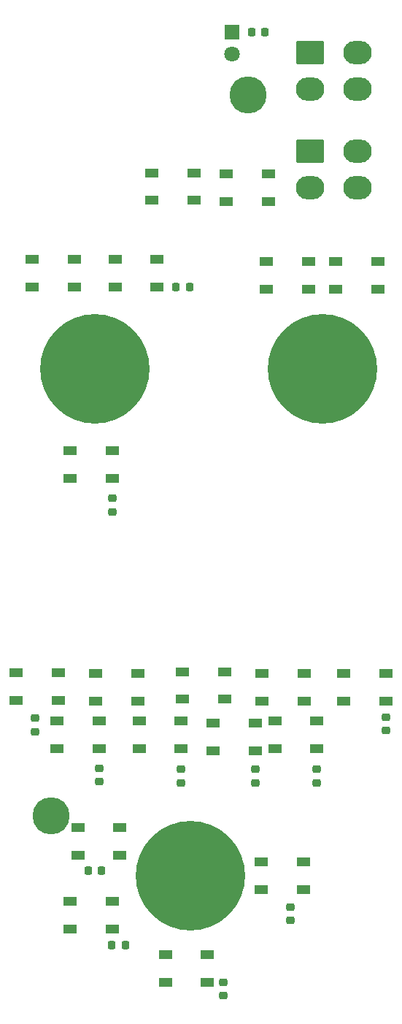
<source format=gbr>
%TF.GenerationSoftware,KiCad,Pcbnew,(6.0.9)*%
%TF.CreationDate,2022-12-07T11:41:57-09:00*%
%TF.ProjectId,APU Panel,41505520-5061-46e6-956c-2e6b69636164,rev?*%
%TF.SameCoordinates,Original*%
%TF.FileFunction,Soldermask,Top*%
%TF.FilePolarity,Negative*%
%FSLAX46Y46*%
G04 Gerber Fmt 4.6, Leading zero omitted, Abs format (unit mm)*
G04 Created by KiCad (PCBNEW (6.0.9)) date 2022-12-07 11:41:57*
%MOMM*%
%LPD*%
G01*
G04 APERTURE LIST*
G04 Aperture macros list*
%AMRoundRect*
0 Rectangle with rounded corners*
0 $1 Rounding radius*
0 $2 $3 $4 $5 $6 $7 $8 $9 X,Y pos of 4 corners*
0 Add a 4 corners polygon primitive as box body*
4,1,4,$2,$3,$4,$5,$6,$7,$8,$9,$2,$3,0*
0 Add four circle primitives for the rounded corners*
1,1,$1+$1,$2,$3*
1,1,$1+$1,$4,$5*
1,1,$1+$1,$6,$7*
1,1,$1+$1,$8,$9*
0 Add four rect primitives between the rounded corners*
20,1,$1+$1,$2,$3,$4,$5,0*
20,1,$1+$1,$4,$5,$6,$7,0*
20,1,$1+$1,$6,$7,$8,$9,0*
20,1,$1+$1,$8,$9,$2,$3,0*%
G04 Aperture macros list end*
%ADD10O,3.300000X2.700000*%
%ADD11RoundRect,0.250001X-1.399999X1.099999X-1.399999X-1.099999X1.399999X-1.099999X1.399999X1.099999X0*%
%ADD12C,4.300000*%
%ADD13C,12.700000*%
%ADD14RoundRect,0.218750X-0.218750X-0.256250X0.218750X-0.256250X0.218750X0.256250X-0.218750X0.256250X0*%
%ADD15RoundRect,0.218750X0.256250X-0.218750X0.256250X0.218750X-0.256250X0.218750X-0.256250X-0.218750X0*%
%ADD16RoundRect,0.218750X0.218750X0.256250X-0.218750X0.256250X-0.218750X-0.256250X0.218750X-0.256250X0*%
%ADD17C,1.800000*%
%ADD18R,1.800000X1.800000*%
%ADD19R,1.500000X1.000000*%
G04 APERTURE END LIST*
D10*
%TO.C,J2*%
X110539160Y-74870420D03*
X110539160Y-70670420D03*
X105039160Y-74870420D03*
D11*
X105039160Y-70670420D03*
%TD*%
D10*
%TO.C,J1*%
X110539160Y-63427720D03*
X110539160Y-59227720D03*
X105039160Y-63427720D03*
D11*
X105039160Y-59227720D03*
%TD*%
D12*
%TO.C,5*%
X74929999Y-147701001D03*
%TD*%
%TO.C,4*%
X97789999Y-64135001D03*
%TD*%
D13*
%TO.C,3*%
X91122500Y-154622501D03*
%TD*%
%TO.C,2*%
X106425999Y-95885001D03*
%TD*%
%TO.C,REF\u002A\u002A*%
X80010000Y-95885001D03*
%TD*%
D14*
%TO.C,C5*%
X80837500Y-154050000D03*
X79262500Y-154050000D03*
%TD*%
D15*
%TO.C,C2*%
X94919800Y-166987220D03*
X94919800Y-168562220D03*
%TD*%
D16*
%TO.C,C13*%
X89484100Y-86418420D03*
X91059100Y-86418420D03*
%TD*%
D15*
%TO.C,C12*%
X82069940Y-110878620D03*
X82069940Y-112453620D03*
%TD*%
%TO.C,C11*%
X113845340Y-136255660D03*
X113845340Y-137830660D03*
%TD*%
%TO.C,C10*%
X73098660Y-136387840D03*
X73098660Y-137962840D03*
%TD*%
%TO.C,C9*%
X105826560Y-142295880D03*
X105826560Y-143870880D03*
%TD*%
%TO.C,C8*%
X98651060Y-142270380D03*
X98651060Y-143845380D03*
%TD*%
%TO.C,C7*%
X90070940Y-142290700D03*
X90070940Y-143865700D03*
%TD*%
%TO.C,C6*%
X80581500Y-142151000D03*
X80581500Y-143726000D03*
%TD*%
%TO.C,C4*%
X102715060Y-158244540D03*
X102715060Y-159819540D03*
%TD*%
D16*
%TO.C,C3*%
X82024220Y-162709860D03*
X83599220Y-162709860D03*
%TD*%
D14*
%TO.C,R1*%
X99789180Y-56875680D03*
X98214180Y-56875680D03*
%TD*%
D17*
%TO.C,D21*%
X95999300Y-59395360D03*
D18*
X95999300Y-56855360D03*
%TD*%
D19*
%TO.C,D20*%
X77153600Y-105384800D03*
X77153600Y-108584800D03*
X82053600Y-105384800D03*
X82053600Y-108584800D03*
%TD*%
%TO.C,D6*%
X107977600Y-83413600D03*
X107977600Y-86613600D03*
X112877600Y-83413600D03*
X112877600Y-86613600D03*
%TD*%
%TO.C,D5*%
X99923600Y-83413600D03*
X99923600Y-86613600D03*
X104823600Y-83413600D03*
X104823600Y-86613600D03*
%TD*%
%TO.C,D11*%
X108954400Y-131191200D03*
X108954400Y-134391200D03*
X113854400Y-131191200D03*
X113854400Y-134391200D03*
%TD*%
%TO.C,D19*%
X88228000Y-163804800D03*
X88228000Y-167004800D03*
X93128000Y-163804800D03*
X93128000Y-167004800D03*
%TD*%
%TO.C,D18*%
X77142000Y-157581600D03*
X77142000Y-160781600D03*
X82042000Y-157581600D03*
X82042000Y-160781600D03*
%TD*%
%TO.C,D17*%
X99353200Y-153035200D03*
X99353200Y-156235200D03*
X104253200Y-153035200D03*
X104253200Y-156235200D03*
%TD*%
%TO.C,D16*%
X78068000Y-149072800D03*
X78068000Y-152272800D03*
X82968000Y-149072800D03*
X82968000Y-152272800D03*
%TD*%
%TO.C,D15*%
X100928000Y-136728400D03*
X100928000Y-139928400D03*
X105828000Y-136728400D03*
X105828000Y-139928400D03*
%TD*%
%TO.C,D14*%
X93765200Y-136931600D03*
X93765200Y-140131600D03*
X98665200Y-136931600D03*
X98665200Y-140131600D03*
%TD*%
%TO.C,D13*%
X85180000Y-136728400D03*
X85180000Y-139928400D03*
X90080000Y-136728400D03*
X90080000Y-139928400D03*
%TD*%
%TO.C,D12*%
X75680400Y-136728400D03*
X75680400Y-139928400D03*
X80580400Y-136728400D03*
X80580400Y-139928400D03*
%TD*%
%TO.C,D10*%
X99454800Y-131191200D03*
X99454800Y-134391200D03*
X104354800Y-131191200D03*
X104354800Y-134391200D03*
%TD*%
%TO.C,D9*%
X90209200Y-130988000D03*
X90209200Y-134188000D03*
X95109200Y-130988000D03*
X95109200Y-134188000D03*
%TD*%
%TO.C,D8*%
X80150800Y-131191200D03*
X80150800Y-134391200D03*
X85050800Y-131191200D03*
X85050800Y-134391200D03*
%TD*%
%TO.C,D7*%
X70905200Y-131140400D03*
X70905200Y-134340400D03*
X75805200Y-131140400D03*
X75805200Y-134340400D03*
%TD*%
%TO.C,D4*%
X82386000Y-83210400D03*
X82386000Y-86410400D03*
X87286000Y-83210400D03*
X87286000Y-86410400D03*
%TD*%
%TO.C,D3*%
X72745600Y-83159600D03*
X72745600Y-86359600D03*
X77645600Y-83159600D03*
X77645600Y-86359600D03*
%TD*%
%TO.C,D2*%
X95289200Y-73279200D03*
X95289200Y-76479200D03*
X100189200Y-73279200D03*
X100189200Y-76479200D03*
%TD*%
%TO.C,D1*%
X86692400Y-73152400D03*
X86692400Y-76352400D03*
X91592400Y-73152400D03*
X91592400Y-76352400D03*
%TD*%
M02*

</source>
